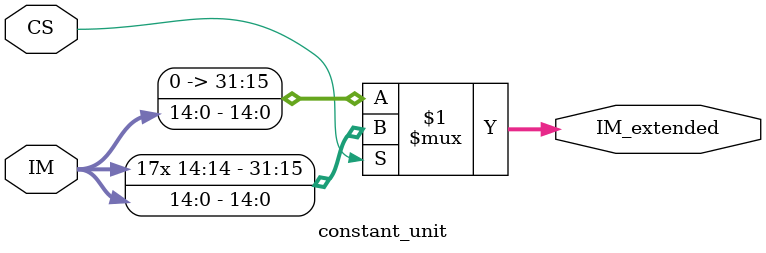
<source format=v>
module constant_unit (
    input CS,
    input [14:0] IM,
    output [31:0] IM_extended
);

    assign IM_extended = CS ? {{17{IM[14]}}, IM}: {17'b0, IM};
    
endmodule
</source>
